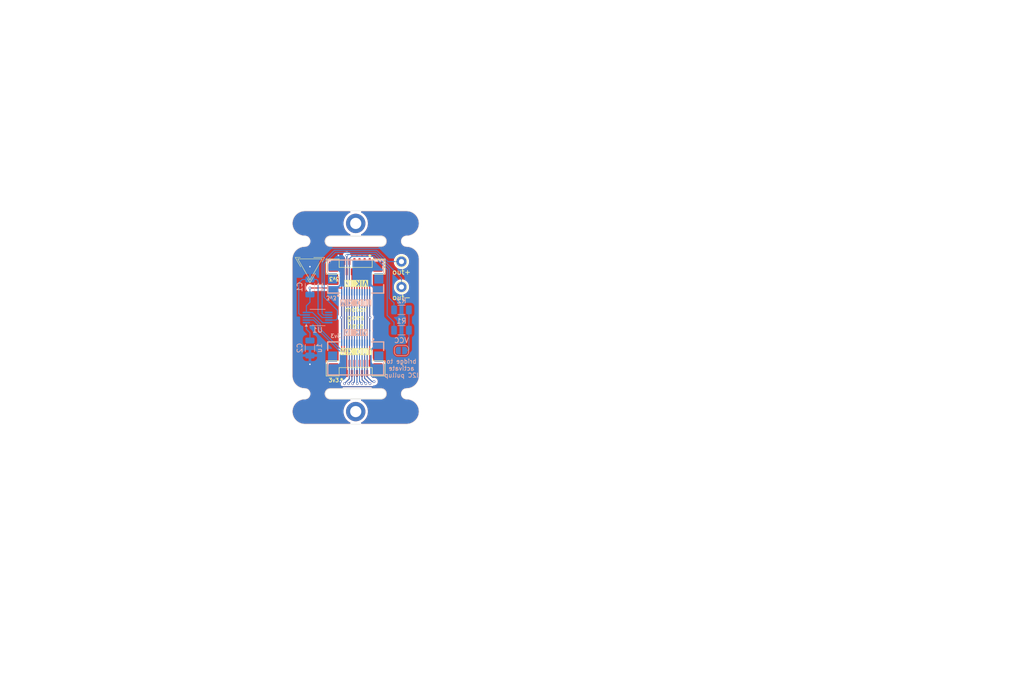
<source format=kicad_pcb>
(kicad_pcb (version 20240108) (generator "pcbnew") (generator_version "8.0")
  (layers (0 "F.Cu" signal) (31 "B.Cu" signal) (34 "B.Paste" user) (35 "F.Paste" user) (36 "B.SilkS" user "B.Silkscreen") (37 "F.SilkS" user "F.Silkscreen") (38 "B.Mask" user) (39 "F.Mask" user) (44 "Edge.Cuts" user))
  (net 0 "")
  (net 1 "GND")
  (net 2 "+5V")
  (net 3 "rgb_led_in")
  (net 4 "GPIO_AD2")
  (net 5 "SDA")
  (net 6 "SCL")
  (net 7 "+3V3")
  (net 8 "MOSI")
  (net 9 "SPI_CS")
  (net 10 "MISO")
  (net 11 "SCLK")
  (net 12 "Net-(U1-REG)")
  (net 13 "GPIO_AD1")
  (net 14 "Net-(J2-Pin_1)")
  (net 15 "Net-(J3-Pin_1)")
  (net 16 "I2C_3V3")
  (net 17 "VCC")
  (footprint "MountingHole:MountingHole_2.2mm_M2_DIN965_Pad" (layer "F.Cu") (at 144.5 139.5)
    (property "Reference" "H2" (hide yes))
    (property "Value" "MountingHole")
    (pad "1" thru_hole circle (at 0 0) (size 3.8 3.8) (drill 2.2) (layers "*.Cu" "*.Mask"))
  )
  (footprint "TestPoint:TestPoint_THTPad_D2.0mm_Drill1.0mm" (layer "F.Cu") (at 153.5 110)
    (property "Reference" "J2" (hide yes))
    (property "Value" "out+" (at 0 2.05 0) (layer "F.SilkS"))
    (fp_circle (center 0 0) (end 0 1.2) (stroke (width 0.12)) (fill none) (layer "F.SilkS"))
    (pad "1" thru_hole circle (at 0 0) (size 2 2) (drill 1) (layers "*.Cu" "*.Mask") (net 14 "Net-(J2-Pin_1)"))
  )
  (footprint "TestPoint:TestPoint_THTPad_D2.0mm_Drill1.0mm" (layer "F.Cu") (at 153.5 115)
    (property "Reference" "J3" (hide yes))
    (property "Value" "out-" (at 0 2.05 0) (layer "F.SilkS"))
    (fp_circle (center 0 0) (end 0 1.2) (stroke (width 0.12)) (fill none) (layer "F.SilkS"))
    (pad "1" thru_hole circle (at 0 0) (size 2 2) (drill 1) (layers "*.Cu" "*.Mask") (net 15 "Net-(J3-Pin_1)"))
  )
  (footprint "vik:vik-logo-small" (layer "F.Cu") (at 135.5 111)
    (property "Reference" "REF**")
    (property "Value" "vik-logo-small")
    (fp_line (start -2.880161 -1.806346) (end -1.892323 -1.805976) (stroke (width 0.1)) (layer "F.SilkS"))
    (fp_line (start -2.383804 -1.52) (end 2.38 -1.52) (stroke (width 0.1)) (layer "F.SilkS"))
    (fp_line (start -1.815689 0.036813) (end -2.880161 -1.806346) (stroke (width 0.1)) (layer "F.SilkS"))
    (fp_line (start -0.001902 2.605575) (end -2.383804 -1.52) (stroke (width 0.1)) (layer "F.SilkS"))
    (fp_line (start 0.000114 3.195112) (end -0.493459 2.339419) (stroke (width 0.1)) (layer "F.SilkS"))
    (fp_line (start 0.741256 -1.793386) (end 2.869715 -1.793686) (stroke (width 0.1)) (layer "F.SilkS"))
    (fp_line (start 1.064084 1.351662) (end 0.000114 3.195112) (stroke (width 0.1)) (layer "F.SilkS"))
    (fp_line (start 2.38 -1.52) (end -0.001902 2.605575) (stroke (width 0.1)) (layer "F.SilkS"))
    (fp_line (start 2.869715 -1.793686) (end 2.375449 -0.938393) (stroke (width 0.1)) (layer "F.SilkS"))
  )
  (footprint "MountingHole:MountingHole_2.2mm_M2_DIN965_Pad" (layer "F.Cu") (at 144.5 102.5)
    (property "Reference" "H1" (hide yes))
    (property "Value" "MountingHole")
    (pad "1" thru_hole circle (at 0 0) (size 3.8 3.8) (drill 2.2) (layers "*.Cu" "*.Mask"))
  )
  (footprint "vik:vik-module-connector-vertical" (layer "F.Cu") (at 144.5 111 180)
    (property "Reference" "J4" (hide yes))
    (property "Value" "~")
    (fp_line (start 5.8 1.5) (end 5.8 -1.5) (stroke (width 0.12)) (layer "F.SilkS"))
    (fp_line (start 5.8 1.5) (end 3.25 1.5) (stroke (width 0.12)) (layer "F.SilkS"))
    (fp_line (start 5.8 -1.5) (end 3.25 -1.5) (stroke (width 0.12)) (layer "F.SilkS"))
    (fp_line (start 3.25 -0.15) (end 3.25 1.5) (stroke (width 0.12)) (layer "F.SilkS"))
    (fp_line (start -3.25 -0.15) (end 3.25 -0.15) (stroke (width 0.12)) (layer "F.SilkS"))
    (fp_line (start -3.25 -0.15) (end -3.25 1.5) (stroke (width 0.12)) (layer "F.SilkS"))
    (fp_line (start -5.8 1.5) (end -3.25 1.5) (stroke (width 0.12)) (layer "F.SilkS"))
    (fp_line (start -5.8 1.5) (end -5.8 -1.5) (stroke (width 0.12)) (layer "F.SilkS"))
    (fp_line (start -5.8 -1.5) (end -3.25 -1.5) (stroke (width 0.12)) (layer "F.SilkS"))
    (fp_circle (center -2.773 2.15) (end -2.646 2.15) (stroke (width 0.254)) (fill none) (layer "F.SilkS"))
    (fp_text user "3v3" (at 3.12 -1.98 180) (layer "F.SilkS") (effects (font (size 0.75 0.75)) (justify left bottom)))
    (fp_text user "VIK IN" (at -2.45 -2.67 180) (layer "F.SilkS" knockout) (effects (justify left bottom)))
    (pad "" smd rect (at -4.35 0 180) (size 1.8 2) (layers "F.Cu" "F.Paste" "F.Mask"))
    (pad "" smd rect (at 4.35 0 180) (size 1.8 2) (layers "F.Cu" "F.Paste" "F.Mask"))
    (pad "1" smd rect (at -2.75 1 180) (size 0.4 1.35) (layers "F.Cu" "F.Paste" "F.Mask") (net 11 "SCLK"))
    (pad "2" smd rect (at -2.25 -1 180) (size 0.4 1.35) (layers "F.Cu" "F.Paste" "F.Mask") (net 10 "MISO"))
    (pad "3" smd rect (at -1.75 1 180) (size 0.4 1.35) (layers "F.Cu" "F.Paste" "F.Mask") (net 9 "SPI_CS"))
    (pad "4" smd rect (at -1.25 -1 180) (size 0.4 1.35) (layers "F.Cu" "F.Paste" "F.Mask") (net 4 "GPIO_AD2"))
    (pad "5" smd rect (at -0.75 1 180) (size 0.4 1.35) (layers "F.Cu" "F.Paste" "F.Mask") (net 8 "MOSI"))
    (pad "6" smd rect (at -0.25 -1 180) (size 0.4 1.35) (layers "F.Cu" "F.Paste" "F.Mask") (net 13 "GPIO_AD1"))
    (pad "7" smd rect (at 0.25 1 180) (size 0.4 1.35) (layers "F.Cu" "F.Paste" "F.Mask") (net 2 "+5V"))
    (pad "8" smd rect (at 0.75 -1 180) (size 0.4 1.35) (layers "F.Cu" "F.Paste" "F.Mask") (net 3 "rgb_led_in"))
    (pad "9" smd rect (at 1.25 1 180) (size 0.4 1.35) (layers "F.Cu" "F.Paste" "F.Mask") (net 6 "SCL"))
    (pad "10" smd rect (at 1.75 -1 180) (size 0.4 1.35) (layers "F.Cu" "F.Paste" "F.Mask") (net 5 "SDA"))
    (pad "11" smd rect (at 2.25 1 180) (size 0.4 1.35) (layers "F.Cu" "F.Paste" "F.Mask") (net 1 "GND"))
    (pad "12" smd rect (at 2.75 -1 180) (size 0.4 1.35) (layers "F.Cu" "F.Paste" "F.Mask") (net 7 "+3V3"))
  )
  (footprint "vik:vik-keyboard-connector-vertical" (layer "F.Cu") (at 144.5 131)
    (property "Reference" "J6" (hide yes))
    (property "Value" "~")
    (fp_line (start -5.8 -1.5) (end -3.25 -1.5) (stroke (width 0.12)) (layer "F.SilkS"))
    (fp_line (start -5.8 1.5) (end -5.8 -1.5) (stroke (width 0.12)) (layer "F.SilkS"))
    (fp_line (start -5.8 1.5) (end -3.25 1.5) (stroke (width 0.12)) (layer "F.SilkS"))
    (fp_line (start -3.25 -0.15) (end -3.25 1.5) (stroke (width 0.12)) (layer "F.SilkS"))
    (fp_line (start -3.25 -0.15) (end 3.25 -0.15) (stroke (width 0.12)) (layer "F.SilkS"))
    (fp_line (start 3.25 -0.15) (end 3.25 1.5) (stroke (width 0.12)) (layer "F.SilkS"))
    (fp_line (start 5.8 -1.5) (end 3.25 -1.5) (stroke (width 0.12)) (layer "F.SilkS"))
    (fp_line (start 5.8 1.5) (end 3.25 1.5) (stroke (width 0.12)) (layer "F.SilkS"))
    (fp_line (start 5.8 1.5) (end 5.8 -1.5) (stroke (width 0.12)) (layer "F.SilkS"))
    (fp_circle (center -2.773 2.15) (end -2.646 2.15) (stroke (width 0.254)) (fill none) (layer "F.SilkS"))
    (fp_text user "3v3" (at -5.4 2.77 0) (layer "F.SilkS") (effects (font (size 0.75 0.75)) (justify left bottom)))
    (fp_text user "VIK OUT" (at -3.02 -2.67 0) (layer "F.SilkS" knockout) (effects (justify left bottom)))
    (pad "" smd rect (at -4.35 0) (size 1.8 2) (layers "F.Cu" "F.Paste" "F.Mask"))
    (pad "" smd rect (at 4.35 0) (size 1.8 2) (layers "F.Cu" "F.Paste" "F.Mask"))
    (pad "1" smd rect (at -2.75 1) (size 0.4 1.35) (layers "F.Cu" "F.Paste" "F.Mask") (net 7 "+3V3"))
    (pad "2" smd rect (at -2.25 -1) (size 0.4 1.35) (layers "F.Cu" "F.Paste" "F.Mask") (net 1 "GND"))
    (pad "3" smd rect (at -1.75 1) (size 0.4 1.35) (layers "F.Cu" "F.Paste" "F.Mask") (net 5 "SDA"))
    (pad "4" smd rect (at -1.25 -1) (size 0.4 1.35) (layers "F.Cu" "F.Paste" "F.Mask") (net 6 "SCL"))
    (pad "5" smd rect (at -0.75 1) (size 0.4 1.35) (layers "F.Cu" "F.Paste" "F.Mask") (net 3 "rgb_led_in"))
    (pad "6" smd rect (at -0.25 -1) (size 0.4 1.35) (layers "F.Cu" "F.Paste" "F.Mask") (net 2 "+5V"))
    (pad "7" smd rect (at 0.25 1) (size 0.4 1.35) (layers "F.Cu" "F.Paste" "F.Mask") (net 13 "GPIO_AD1"))
    (pad "8" smd rect (at 0.75 -1) (size 0.4 1.35) (layers "F.Cu" "F.Paste" "F.Mask") (net 8 "MOSI"))
    (pad "9" smd rect (at 1.25 1) (size 0.4 1.35) (layers "F.Cu" "F.Paste" "F.Mask") (net 4 "GPIO_AD2"))
    (pad "10" smd rect (at 1.75 -1) (size 0.4 1.35) (layers "F.Cu" "F.Paste" "F.Mask") (net 9 "SPI_CS"))
    (pad "11" smd rect (at 2.25 1) (size 0.4 1.35) (layers "F.Cu" "F.Paste" "F.Mask") (net 10 "MISO"))
    (pad "12" smd rect (at 2.75 -1) (size 0.4 1.35) (layers "F.Cu" "F.Paste" "F.Mask") (net 11 "SCLK"))
  )
  (footprint "Resistor_SMD:R_1206_3216Metric" (layer "B.Cu") (at 153.5 123.5 180)
    (property "Reference" "R1" (at 0 1.82 180) (layer "B.SilkS") (effects (justify mirror)))
    (property "Value" "4.7k")
    (fp_line (start 0.727064 0.91) (end -0.727064 0.91) (stroke (width 0.12)) (layer "B.SilkS"))
    (fp_line (start 0.727064 -0.91) (end -0.727064 -0.91) (stroke (width 0.12)) (layer "B.SilkS"))
    (pad "1" smd roundrect (at -1.4625 0 180) (size 1.125 1.75) (layers "B.Cu" "B.Paste" "B.Mask") (roundrect_rratio 0.222222) (net 16 "I2C_3V3"))
    (pad "2" smd roundrect (at 1.4625 0 180) (size 1.125 1.75) (layers "B.Cu" "B.Paste" "B.Mask") (roundrect_rratio 0.222222) (net 6 "SCL"))
  )
  (footprint "Resistor_SMD:R_1206_3216Metric" (layer "B.Cu") (at 153.5 119.5 180)
    (property "Reference" "R2" (at 0 1.82 180) (layer "B.SilkS") (effects (justify mirror)))
    (property "Value" "4.7k")
    (fp_line (start 0.727064 0.91) (end -0.727064 0.91) (stroke (width 0.12)) (layer "B.SilkS"))
    (fp_line (start 0.727064 -0.91) (end -0.727064 -0.91) (stroke (width 0.12)) (layer "B.SilkS"))
    (pad "1" smd roundrect (at -1.4625 0 180) (size 1.125 1.75) (layers "B.Cu" "B.Paste" "B.Mask") (roundrect_rratio 0.222222) (net 16 "I2C_3V3"))
    (pad "2" smd roundrect (at 1.4625 0 180) (size 1.125 1.75) (layers "B.Cu" "B.Paste" "B.Mask") (roundrect_rratio 0.222222) (net 5 "SDA"))
  )
  (footprint "vik:vik-keyboard-connector-horizontal" (layer "B.Cu") (at 144.5 114)
    (property "Reference" "J5" (hide yes))
    (property "Value" "~")
    (fp_line (start -5.5 -4.295) (end 5.5 -4.295) (stroke (width 0.254)) (layer "B.SilkS"))
    (fp_line (start -5.5 -1.912) (end -5.5 -4.295) (stroke (width 0.254)) (layer "B.SilkS"))
    (fp_line (start -5.5 2.2) (end -5.5 0.539) (stroke (width 0.254)) (layer "B.SilkS"))
    (fp_line (start -3.131 2.2) (end -5.5 2.2) (stroke (width 0.254)) (layer "B.SilkS"))
    (fp_line (start 3.131 2.2) (end 5.5 2.2) (stroke (width 0.254)) (layer "B.SilkS"))
    (fp_line (start 5.5 -1.912) (end 5.5 -4.295) (stroke (width 0.254)) (layer "B.SilkS"))
    (fp_line (start 5.5 2.2) (end 5.5 0.539) (stroke (width 0.254)) (layer "B.SilkS"))
    (fp_circle (center -3.429 2.708) (end -3.302 2.708) (stroke (width 0.254)) (fill none) (layer "B.SilkS"))
    (fp_text user "3v3" (at -5.9 2.7 180) (layer "B.SilkS") (effects (font (size 0.75 0.75)) (justify left bottom mirror)))
    (fp_text user "VIK OUT" (at -3.05 3.48 180) (layer "B.SilkS" knockout) (effects (justify left bottom mirror)))
    (pad "1" smd rect (at -2.75 2.038) (size 0.28 1.25) (layers "B.Cu" "B.Paste" "B.Mask") (net 7 "+3V3"))
    (pad "2" smd rect (at -2.25 2.038) (size 0.28 1.25) (layers "B.Cu" "B.Paste" "B.Mask") (net 1 "GND"))
    (pad "3" smd rect (at -1.75 2.038) (size 0.28 1.25) (layers "B.Cu" "B.Paste" "B.Mask") (net 5 "SDA"))
    (pad "4" smd rect (at -1.25 2.038) (size 0.28 1.25) (layers "B.Cu" "B.Paste" "B.Mask") (net 6 "SCL"))
    (pad "5" smd rect (at -0.75 2.038) (size 0.28 1.25) (layers "B.Cu" "B.Paste" "B.Mask") (net 3 "rgb_led_in"))
    (pad "6" smd rect (at -0.25 2.038) (size 0.28 1.25) (layers "B.Cu" "B.Paste" "B.Mask") (net 2 "+5V"))
    (pad "7" smd rect (at 0.25 2.038) (size 0.28 1.25) (layers "B.Cu" "B.Paste" "B.Mask") (net 13 "GPIO_AD1"))
    (pad "8" smd rect (at 0.75 2.038) (size 0.28 1.25) (layers "B.Cu" "B.Paste" "B.Mask") (net 8 "MOSI"))
    (pad "9" smd rect (at 1.25 2.038) (size 0.28 1.25) (layers "B.Cu" "B.Paste" "B.Mask") (net 4 "GPIO_AD2"))
    (pad "10" smd rect (at 1.75 2.038) (size 0.28 1.25) (layers "B.Cu" "B.Paste" "B.Mask") (net 9 "SPI_CS"))
    (pad "11" smd rect (at 2.25 2.038) (size 0.28 1.25) (layers "B.Cu" "B.Paste" "B.Mask") (net 10 "MISO"))
    (pad "12" smd rect (at 2.75 2.038) (size 0.28 1.25) (layers "B.Cu" "B.Paste" "B.Mask") (net 11 "SCLK"))
    (pad "13" smd rect (at 4.55 -0.686) (size 1.8 2) (layers "B.Cu" "B.Paste" "B.Mask"))
    (pad "14" smd rect (at -4.55 -0.686) (size 1.8 2) (layers "B.Cu" "B.Paste" "B.Mask"))
  )
  (footprint "Capacitor_SMD:C_1206_3216Metric" (layer "B.Cu") (at 135.5 115 90)
    (property "Reference" "C1" (at 0 -2 -90) (layer "B.SilkS") (effects (justify mirror)))
    (property "Value" "1u" (at 0 2 -90) (layer "B.SilkS") (effects (justify mirror)))
    (fp_line (start 0.711252 -0.91) (end -0.711252 -0.91) (stroke (width 0.12)) (layer "B.SilkS"))
    (fp_line (start 0.711252 0.91) (end -0.711252 0.91) (stroke (width 0.12)) (layer "B.SilkS"))
    (pad "1" smd roundrect (at -1.475 0 90) (size 1.15 1.8) (layers "B.Cu" "B.Paste" "B.Mask") (roundrect_rratio 0.217391) (net 7 "+3V3"))
    (pad "2" smd roundrect (at 1.475 0 90) (size 1.15 1.8) (layers "B.Cu" "B.Paste" "B.Mask") (roundrect_rratio 0.217391) (net 1 "GND"))
  )
  (footprint "vik:vik-module-connector-horizontal" (layer "B.Cu") (at 144.5 128 180)
    (property "Reference" "J1" (hide yes))
    (property "Value" "~")
    (fp_line (start 5.5 2.2) (end 3.131 2.2) (stroke (width 0.254)) (layer "B.SilkS"))
    (fp_line (start 5.5 0.539) (end 5.5 2.2) (stroke (width 0.254)) (layer "B.SilkS"))
    (fp_line (start 5.5 -4.295) (end 5.5 -1.912) (stroke (width 0.254)) (layer "B.SilkS"))
    (fp_line (start 5.5 -4.295) (end -5.5 -4.295) (stroke (width 0.254)) (layer "B.SilkS"))
    (fp_line (start -5.5 2.2) (end -3.131 2.2) (stroke (width 0.254)) (layer "B.SilkS"))
    (fp_line (start -5.5 0.539) (end -5.5 2.2) (stroke (width 0.254)) (layer "B.SilkS"))
    (fp_line (start -5.5 -4.295) (end -5.5 -1.912) (stroke (width 0.254)) (layer "B.SilkS"))
    (fp_circle (center -3.429 2.708) (end -3.302 2.708) (stroke (width 0.254)) (fill none) (layer "B.SilkS"))
    (fp_text user "VIK IN" (at -2.36 3.42 0) (layer "B.SilkS" knockout) (effects (justify left bottom mirror)))
    (fp_text user "3v3" (at 2.835 2.93 0) (layer "B.SilkS") (effects (font (size 0.75 0.75)) (justify left bottom mirror)))
    (pad "1" smd rect (at -2.75 2.038 180) (size 0.28 1.25) (layers "B.Cu" "B.Paste" "B.Mask") (net 11 "SCLK"))
    (pad "2" smd rect (at -2.25 2.038 180) (size 0.28 1.25) (layers "B.Cu" "B.Paste" "B.Mask") (net 10 "MISO"))
    (pad "3" smd rect (at -1.75 2.038 180) (size 0.28 1.25) (layers "B.Cu" "B.Paste" "B.Mask") (net 9 "SPI_CS"))
    (pad "4" smd rect (at -1.25 2.038 180) (size 0.28 1.25) (layers "B.Cu" "B.Paste" "B.Mask") (net 4 "GPIO_AD2"))
    (pad "5" smd rect (at -0.75 2.038 180) (size 0.28 1.25) (layers "B.Cu" "B.Paste" "B.Mask") (net 8 "MOSI"))
    (pad "6" smd rect (at -0.25 2.038 180) (size 0.28 1.25) (layers "B.Cu" "B.Paste" "B.Mask") (net 13 "GPIO_AD1"))
    (pad "7" smd rect (at 0.25 2.038 180) (size 0.28 1.25) (layers "B.Cu" "B.Paste" "B.Mask") (net 2 "+5V"))
    (pad "8" smd rect (at 0.75 2.038 180) (size 0.28 1.25) (layers "B.Cu" "B.Paste" "B.Mask") (net 3 "rgb_led_in"))
    (pad "9" smd rect (at 1.25 2.038 180) (size 0.28 1.25) (layers "B.Cu" "B.Paste" "B.Mask") (net 6 "SCL"))
    (pad "10" smd rect (at 1.75 2.038 180) (size 0.28 1.25) (layers "B.Cu" "B.Paste" "B.Mask") (net 5 "SDA"))
    (pad "11" smd rect (at 2.25 2.038 180) (size 0.28 1.25) (layers "B.Cu" "B.Paste" "B.Mask") (net 1 "GND"))
    (pad "12" smd rect (at 2.75 2.038 180) (size 0.28 1.25) (layers "B.Cu" "B.Paste" "B.Mask") (net 7 "+3V3"))
    (pad "13" smd rect (at 4.55 -0.686 180) (size 1.8 2) (layers "B.Cu" "B.Paste" "B.Mask"))
    (pad "14" smd rect (at -4.55 -0.686 180) (size 1.8 2) (layers "B.Cu" "B.Paste" "B.Mask"))
  )
  (footprint "Capacitor_SMD:C_1206_3216Metric" (layer "B.Cu") (at 135.5 127 -90)
    (property "Reference" "C2" (at 0 2 90) (layer "B.SilkS") (effects (justify mirror)))
    (property "Value" "1u" (at 0 -1.85 90) (layer "B.SilkS") (effects (justify mirror)))
    (fp_line (start 0.711252 0.91) (end -0.711252 0.91) (stroke (width 0.12)) (layer "B.SilkS"))
    (fp_line (start 0.711252 -0.91) (end -0.711252 -0.91) (stroke (width 0.12)) (layer "B.SilkS"))
    (pad "1" smd roundrect (at -1.475 0 270) (size 1.15 1.8) (layers "B.Cu" "B.Paste" "B.Mask") (roundrect_rratio 0.217391) (net 12 "Net-(U1-REG)"))
    (pad "2" smd roundrect (at 1.475 0 270) (size 1.15 1.8) (layers "B.Cu" "B.Paste" "B.Mask") (roundrect_rratio 0.217391) (net 1 "GND"))
  )
  (footprint "Jumper:SolderJumper-2_P1.3mm_Open_RoundedPad1.0x1.5mm" (layer "B.Cu") (at 153.5 127.5 180)
    (property "Reference" "JP1" (hide yes))
    (property "Value" "VCC" (at 0 2 180) (layer "B.SilkS") (effects (justify mirror)))
    (fp_line (start 1.4 -0.3) (end 1.4 0.3) (stroke (width 0.12)) (layer "B.SilkS"))
    (fp_line (start 0.7 1) (end -0.7 1) (stroke (width 0.12)) (layer "B.SilkS"))
    (fp_line (start -0.7 -1) (end 0.7 -1) (stroke (width 0.12)) (layer "B.SilkS"))
    (fp_line (start -1.4 0.3) (end -1.4 -0.3) (stroke (width 0.12)) (layer "B.SilkS"))
    (fp_arc (start 1.4 0.3) (mid 1.194975 0.794975) (end 0.7 1) (stroke (width 0.12)) (layer "B.SilkS"))
    (fp_arc (start 0.7 -1) (mid 1.194975 -0.794975) (end 1.4 -0.3) (stroke (width 0.12)) (layer "B.SilkS"))
    (fp_arc (start -0.7 1) (mid -1.194975 0.794975) (end -1.4 0.3) (stroke (width 0.12)) (layer "B.SilkS"))
    (fp_arc (start -1.4 -0.3) (mid -1.194975 -0.794975) (end -0.7 -1) (stroke (width 0.12)) (layer "B.SilkS"))
    (pad "1" smd custom (at -0.65 0 180) (size 1 0.5) (layers "B.Cu" "B.Mask") (net 16 "I2C_3V3") (options (clearance outline) (anchor rect)) (primitives (gr_circle (center 0 -0.25) (end 0.5 -0.25) (width 0) (fill yes)) (gr_circle (center 0 0.25) (end 0.5 0.25) (width 0) (fill yes)) (gr_poly (pts (xy 0.5 -0.75) (xy 0 -0.75) (xy 0 0.75) (xy 0.5 0.75)) (width 0) (fill yes))))
    (pad "2" smd custom (at 0.65 0 180) (size 1 0.5) (layers "B.Cu" "B.Mask") (net 17 "VCC") (options (clearance outline) (anchor rect)) (primitives (gr_circle (center 0 -0.25) (end 0.5 -0.25) (width 0) (fill yes)) (gr_circle (center 0 0.25) (end 0.5 0.25) (width 0) (fill yes)) (gr_poly (pts (xy 0 -0.75) (xy -0.5 -0.75) (xy -0.5 0.75) (xy 0 0.75)) (width 0) (fill yes))))
  )
  (footprint "Package_SO:VSSOP-10_3x3mm_P0.5mm" (layer "B.Cu") (at 137 121)
    (property "Reference" "U1" (at 0 2.45 0) (layer "B.SilkS") (effects (justify mirror)))
    (property "Value" "DRV2605LDGS")
    (fp_line (start -1.5 -1.61) (end 0 -1.61) (stroke (width 0.12)) (layer "B.SilkS"))
    (fp_line (start -1.5 1.61) (end 0 1.61) (stroke (width 0.12)) (layer "B.SilkS"))
    (fp_line (start 1.5 -1.61) (end 0 -1.61) (stroke (width 0.12)) (layer "B.SilkS"))
    (fp_line (start 1.5 1.61) (end 0 1.61) (stroke (width 0.12)) (layer "B.SilkS"))
    (fp_poly (pts (xy -2.2125 1.41) (xy -2.4525 1.74) (xy -1.9725 1.74) (xy -2.2125 1.41)) (stroke (width 0.12)) (fill solid) (layer "B.SilkS"))
    (pad "1" smd roundrect (at -2.2 1) (size 1.45 0.3) (layers "B.Cu" "B.Paste" "B.Mask") (net 12 "Net-(U1-REG)"))
    (pad "2" smd roundrect (at -2.2 0.5) (size 1.45 0.3) (layers "B.Cu" "B.Paste" "B.Mask") (net 6 "SCL"))
    (pad "3" smd roundrect (at -2.2 0) (size 1.45 0.3) (layers "B.Cu" "B.Paste" "B.Mask") (net 5 "SDA"))
    (pad "4" smd roundrect (at -2.2 -0.5) (size 1.45 0.3) (layers "B.Cu" "B.Paste" "B.Mask") (net 1 "GND"))
    (pad "5" smd roundrect (at -2.2 -1) (size 1.45 0.3) (layers "B.Cu" "B.Paste" "B.Mask") (net 7 "+3V3"))
    (pad "6" smd roundrect (at 2.2 -1) (size 1.45 0.3) (layers "B.Cu" "B.Paste" "B.Mask"))
    (pad "7" smd roundrect (at 2.2 -0.5) (size 1.45 0.3) (layers "B.Cu" "B.Paste" "B.Mask") (net 14 "Net-(J2-Pin_1)"))
    (pad "8" smd roundrect (at 2.2 0) (size 1.45 0.3) (layers "B.Cu" "B.Paste" "B.Mask") (net 1 "GND"))
    (pad "9" smd roundrect (at 2.2 0.5) (size 1.45 0.3) (layers "B.Cu" "B.Paste" "B.Mask") (net 15 "Net-(J3-Pin_1)"))
    (pad "10" smd roundrect (at 2.2 1) (size 1.45 0.3) (layers "B.Cu" "B.Paste" "B.Mask") (net 7 "+3V3"))
  )
  (gr_arc (start 154.5 137) (mid 153.5 136) (end 154.499999 134.999998) (stroke (width 0.05)) (layer "Edge.Cuts"))
  (gr_arc (start 134.5 105) (mid 132 102.5) (end 134.5 100) (stroke (width 0.05)) (layer "Edge.Cuts"))
  (gr_line (start 134.5 142) (end 154.5 142) (stroke (width 0.05)) (layer "Edge.Cuts"))
  (gr_arc (start 154.5 107) (mid 156.267767 107.732233) (end 157 109.5) (stroke (width 0.05)) (layer "Edge.Cuts"))
  (gr_arc (start 154.500003 107) (mid 153.5 106.000001) (end 154.500002 104.999998) (stroke (width 0.05)) (layer "Edge.Cuts"))
  (gr_arc (start 134.5 142) (mid 132 139.5) (end 134.5 137) (stroke (width 0.05)) (layer "Edge.Cuts"))
  (gr_line (start 149.5 105) (end 139.500001 104.999998) (stroke (width 0.1)) (layer "Edge.Cuts"))
  (gr_arc (start 132 109.5) (mid 132.732233 107.732233) (end 134.5 107) (stroke (width 0.05)) (layer "Edge.Cuts"))
  (gr_line (start 157 132.5) (end 157 132) (stroke (width 0.05)) (layer "Edge.Cuts"))
  (gr_line (start 132 132.5) (end 132 109.5) (stroke (width 0.05)) (layer "Edge.Cuts"))
  (gr_line (start 139.500002 137.000001) (end 149.499999 136.999999) (stroke (width 0.1)) (layer "Edge.Cuts"))
  (gr_arc (start 134.5 135) (mid 132.732233 134.267767) (end 132 132.5) (stroke (width 0.05)) (layer "Edge.Cuts"))
  (gr_line (start 134.5 100) (end 154.5 100) (stroke (width 0.05)) (layer "Edge.Cuts"))
  (gr_arc (start 139.500002 137.000001) (mid 138.5 136.000001) (end 139.500001 134.999999) (stroke (width 0.1)) (layer "Edge.Cuts"))
  (gr_arc (start 134.5 105) (mid 135.5 106) (end 134.5 106.999999) (stroke (width 0.05)) (layer "Edge.Cuts"))
  (gr_line (start 157 132) (end 157 109.5) (stroke (width 0.05)) (layer "Edge.Cuts"))
  (gr_arc (start 134.499997 135) (mid 135.5 135.999999) (end 134.499998 137.000002) (stroke (width 0.05)) (layer "Edge.Cuts"))
  (gr_arc (start 149.499999 105) (mid 150.499999 106) (end 149.499999 106.999999) (stroke (width 0.1)) (layer "Edge.Cuts"))
  (gr_arc (start 157 132.5) (mid 156.267767 134.267767) (end 154.499999 135) (stroke (width 0.05)) (layer "Edge.Cuts"))
  (gr_arc (start 154.5 100) (mid 157 102.5) (end 154.5 105) (stroke (width 0.05)) (layer "Edge.Cuts"))
  (gr_arc (start 154.5 137) (mid 157 139.5) (end 154.5 142) (stroke (width 0.05)) (layer "Edge.Cuts"))
  (gr_line (start 139.500002 107) (end 149.5 106.999999) (stroke (width 0.1)) (layer "Edge.Cuts"))
  (gr_arc (start 139.500002 107) (mid 138.5 106) (end 139.500001 104.999998) (stroke (width 0.1)) (layer "Edge.Cuts"))
  (gr_line (start 149.499999 135) (end 139.500001 134.999999) (stroke (width 0.1)) (layer "Edge.Cuts"))
  (gr_arc (start 149.499999 135) (mid 150.499999 136) (end 149.499999 136.999999) (stroke (width 0.1)) (layer "Edge.Cuts"))
  (gr_text "bridge to\nactivate\nI2C pullup" (at 153.5 131 0) (layer "B.SilkS") (effects (font (size 0.85 0.85)) (justify mirror)))
  (gr_text "motor\ngoes\nhere" (at 144.5 121 0) (layer "F.SilkS") (effects (font (size 1 1))))
  (segment (start 139.5 134.6) (end 149.5 134.6) (width 0.2) (layer "F.Cu") (net 1))
  (segment (start 142.25 109.2125) (end 142.25 110) (width 0.2) (layer "F.Cu") (net 1))
  (segment (start 141.8375 108.8) (end 142.25 109.2125) (width 0.2) (layer "F.Cu") (net 1))
  (segment (start 142.25 130) (end 142.25 110) (width 0.2) (layer "F.Cu") (net 1))
  (segment (start 141.1 108.8) (end 141.8375 108.8) (width 0.2) (layer "F.Cu") (net 1))
  (segment (start 141.5 133.6) (end 142.25 132.85) (width 0.2) (layer "F.Cu") (net 1))
  (segment (start 142.25 132.85) (end 142.25 130) (width 0.2) (layer "F.Cu") (net 1))
  (via (at 141.5 133.6) (size 0.5) (drill 0.3) (layers "F.Cu" "B.Cu") (net 1))
  (via (at 135.5 130.2) (size 0.5) (drill 0.3) (layers "F.Cu" "B.Cu") (net 1))
  (via (at 135.5 111) (size 0.5) (drill 0.3) (layers "F.Cu" "B.Cu") (net 1))
  (via (at 141.1 108.8) (size 0.5) (drill 0.3) (layers "F.Cu" "B.Cu") (net 1))
  (segment (start 133.975 113.525) (end 135.5 113.525) (width 0.2) (layer "B.Cu") (net 1))
  (segment (start 133.6 120.5) (end 133.3 120.2) (width 0.2) (layer "B.Cu") (net 1))
  (segment (start 137.1 120.2) (end 137.9 121) (width 0.2) (layer "B.Cu") (net 1))
  (segment (start 134.8 120.5) (end 133.6 120.5) (width 0.2) (layer "B.Cu") (net 1))
  (segment (start 139.5 134.6) (end 149.5 134.6) (width 0.2) (layer "B.Cu") (net 1))
  (segment (start 135.5 113.525) (end 136.825 113.525) (width 0.2) (layer "B.Cu") (net 1))
  (segment (start 142.25 109.2) (end 141.85 108.8) (width 0.2) (layer "B.Cu") (net 1))
  (segment (start 139.5 107.4) (end 149.5 107.4) (width 0.2) (layer "B.Cu") (net 1))
  (segment (start 141.85 108.8) (end 141.1 108.8) (width 0.2) (layer "B.Cu") (net 1))
  (segment (start 137.9 121) (end 139.2 121) (width 0.2) (layer "B.Cu") (net 1))
  (segment (start 137.1 113.8) (end 137.1 120.2) (width 0.2) (layer "B.Cu") (net 1))
  (segment (start 133.3 120.2) (end 133.3 114.2) (width 0.2) (layer "B.Cu") (net 1))
  (segment (start 142.25 125.962) (end 142.25 116.038) (width 0.2) (layer "B.Cu") (net 1))
  (segment (start 133.3 114.2) (end 133.975 113.525) (width 0.2) (layer "B.Cu") (net 1))
  (segment (start 142.25 116.038) (end 142.25 109.2) (width 0.2) (layer "B.Cu") (net 1))
  (segment (start 136.825 113.525) (end 137.1 113.8) (width 0.2) (layer "B.Cu") (net 1))
  (segment (start 143.9 134) (end 144.25 133.65) (width 0.2) (layer "F.Cu") (net 2))
  (segment (start 144.25 133.65) (end 144.25 110) (width 0.2) (layer "F.Cu") (net 2))
  (via (at 143.9 134) (size 0.5) (drill 0.3) (layers "F.Cu" "B.Cu") (net 2))
  (segment (start 143.9 134) (end 144.25 133.65) (width 0.2) (layer "B.Cu") (net 2))
  (segment (start 144.25 133.65) (end 144.25 125.962) (width 0.2) (layer "B.Cu") (net 2))
  (segment (start 144.25 125.962) (end 144.25 116.038) (width 0.2) (layer "B.Cu") (net 2))
  (segment (start 143.75 133.35) (end 143.75 112) (width 0.2) (layer "F.Cu") (net 3))
  (segment (start 143.1 134) (end 143.75 133.35) (width 0.2) (layer "F.Cu") (net 3))
  (via (at 143.1 134) (size 0.5) (drill 0.3) (layers "F.Cu" "B.Cu") (net 3))
  (segment (start 143.1 134) (end 143.75 133.35) (width 0.2) (layer "B.Cu") (net 3))
  (segment (start 143.75 125.962) (end 143.75 116.038) (width 0.2) (layer "B.Cu") (net 3))
  (segment (start 143.75 133.35) (end 143.75 125.962) (width 0.2) (layer "B.Cu") (net 3))
  (segment (start 145.75 133.25) (end 145.75 112) (width 0.2) (layer "F.Cu") (net 4))
  (segment (start 146.5 134) (end 145.75 133.25) (width 0.2) (layer "F.Cu") (net 4))
  (via (at 146.5 134) (size 0.5) (drill 0.3) (layers "F.Cu" "B.Cu") (net 4))
  (segment (start 145.75 133.25) (end 145.75 125.962) (width 0.2) (layer "B.Cu") (net 4))
  (segment (start 146.5 134) (end 145.75 133.25) (width 0.2) (layer "B.Cu") (net 4))
  (segment (start 145.75 125.962) (end 145.75 116.038) (width 0.2) (layer "B.Cu") (net 4))
  (segment (start 142.75 132) (end 142.75 112) (width 0.2) (layer "F.Cu") (net 5))
  (segment (start 142.75 108.8) (end 142.75 112) (width 0.2) (layer "F.Cu") (net 5))
  (via (at 142.75 108.8) (size 0.5) (drill 0.3) (layers "F.Cu" "B.Cu") (net 5))
  (segment (start 137.5 123.217157) (end 141.482843 127.2) (width 0.2) (layer "B.Cu") (net 5))
  (segment (start 142.5385 127.2) (end 142.75 126.9885) (width 0.2) (layer "B.Cu") (net 5))
  (segment (start 142.95 108.6) (end 148.3 108.6) (width 0.2) (layer "B.Cu") (net 5))
  (segment (start 134.8 121) (end 136.265686 121) (width 0.2) (layer "B.Cu") (net 5))
  (segment (start 137.5 122.234314) (end 137.5 123.217157) (width 0.2) (layer "B.Cu") (net 5))
  (segment (start 142.75 116.038) (end 142.75 114.6) (width 0.2) (layer "B.Cu") (net 5))
  (segment (start 142.75 126.9885) (end 142.75 125.962) (width 0.2) (layer "B.Cu") (net 5))
  (segment (start 136.265686 121) (end 137.5 122.234314) (width 0.2) (layer "B.Cu") (net 5))
  (segment (start 142.75 114.6) (end 142.75 108.8) (width 0.2) (layer "B.Cu") (net 5))
  (segment (start 151.1 117.2) (end 152.0375 118.1375) (width 0.2) (layer "B.Cu") (net 5))
  (segment (start 151.1 111.4) (end 151.1 117.2) (width 0.2) (layer "B.Cu") (net 5))
  (segment (start 152.0375 118.1375) (end 152.0375 119.5) (width 0.2) (layer "B.Cu") (net 5))
  (segment (start 141.482843 127.2) (end 142.5385 127.2) (width 0.2) (layer "B.Cu") (net 5))
  (segment (start 142.75 108.8) (end 142.95 108.6) (width 0.2) (layer "B.Cu") (net 5))
  (segment (start 142.75 125.962) (end 142.75 116.038) (width 0.2) (layer "B.Cu") (net 5))
  (segment (start 148.3 108.6) (end 151.1 111.4) (width 0.2) (layer "B.Cu") (net 5))
  (segment (start 143.25 133.05) (end 143.25 130) (width 0.2) (layer "F.Cu") (net 6))
  (segment (start 142.3 134) (end 143.25 133.05) (width 0.2) (layer "F.Cu") (net 6))
  (segment (start 143.25 130) (end 143.25 110) (width 0.2) (layer "F.Cu") (net 6))
  (via (at 142.3 134) (size 0.5) (drill 0.3) (layers "F.Cu" "B.Cu") (net 6))
  (segment (start 134.8 121.5) (end 136.2 121.5) (width 0.2) (layer "B.Cu") (net 6))
  (segment (start 136.2 121.5) (end 137.1 122.4) (width 0.2) (layer "B.Cu") (net 6))
  (segment (start 137.1 122.4) (end 137.1 123.382843) (width 0.2) (layer "B.Cu") (net 6))
  (segment (start 152.0375 121.9375) (end 152.0375 123.5) (width 0.2) (layer "B.Cu") (net 6))
  (segment (start 143.25 127.6) (end 143.25 125.962) (width 0.2) (layer "B.Cu") (net 6))
  (segment (start 143.25 109.45) (end 143.7 109) (width 0.2) (layer "B.Cu") (net 6))
  (segment (start 143.25 125.962) (end 143.25 116.038) (width 0.2) (layer "B.Cu") (net 6))
  (segment (start 150.7 111.6) (end 150.7 120.6) (width 0.2) (layer "B.Cu") (net 6))
  (segment (start 148.1 109) (end 150.7 111.6) (width 0.2) (layer "B.Cu") (net 6))
  (segment (start 143.25 116.038) (end 143.25 109.45) (width 0.2) (layer "B.Cu") (net 6))
  (segment (start 143.25 125.962) (end 143.25 133.05) (width 0.2) (layer "B.Cu") (net 6))
  (segment (start 150.7 120.6) (end 152.0375 121.9375) (width 0.2) (layer "B.Cu") (net 6))
  (segment (start 137.1 123.382843) (end 141.317158 127.6) (width 0.2) (layer "B.Cu") (net 6))
  (segment (start 143.7 109) (end 148.1 109) (width 0.2) (layer "B.Cu") (net 6))
  (segment (start 143.25 133.05) (end 142.3 134) (width 0.2) (layer "B.Cu") (net 6))
  (segment (start 141.317158 127.6) (end 143.25 127.6) (width 0.2) (layer "B.Cu") (net 6))
  (segment (start 135.5 115.2) (end 141.75 115.2) (width 0.2) (layer "F.Cu") (net 7))
  (segment (start 141.75 115.2) (end 141.75 112) (width 0.2) (layer "F.Cu") (net 7))
  (segment (start 141.75 132) (end 141.75 115.2) (width 0.2) (layer "F.Cu") (net 7))
  (via (at 135.5 115.2) (size 0.5) (drill 0.3) (layers "F.Cu" "B.Cu") (net 7))
  (via (at 141.7 121) (size 0.5) (drill 0.3) (layers "F.Cu" "B.Cu") (net 7))
  (segment (start 141.7 123.6) (end 141.75 123.55) (width 0.2) (layer "B.Cu") (net 7))
  (segment (start 134.8 118.7) (end 135.5 118) (width 0.2) (layer "B.Cu") (net 7))
  (segment (start 136 120) (end 138 122) (width 0.2) (layer "B.Cu") (net 7))
  (segment (start 134.8 120) (end 136 120) (width 0.2) (layer "B.Cu") (net 7))
  (segment (start 135.5 116.475) (end 135.5 115.2) (width 0.2) (layer "B.Cu") (net 7))
  (segment (start 141.75 123.65) (end 141.7 123.6) (width 0.2) (layer "B.Cu") (net 7))
  (segment (start 141.75 125.962) (end 141.75 123.65) (width 0.2) (layer "B.Cu") (net 7))
  (segment (start 134.8 120) (end 134.8 118.7) (width 0.2) (layer "B.Cu") (net 7))
  (segment (start 138 122) (end 139.2 122) (width 0.2) (layer "B.Cu") (net 7))
  (segment (start 141.75 123.55) (end 141.75 116.038) (width 0.2) (layer "B.Cu") (net 7))
  (segment (start 135.5 118) (end 135.5 116.475) (width 0.2) (layer "B.Cu") (net 7))
  (segment (start 145.7 134) (end 145.25 133.55) (width 0.2) (layer "F.Cu") (net 8))
  (segment (start 145.25 133.55) (end 145.25 110) (width 0.2) (layer "F.Cu") (net 8))
  (via (at 145.7 134) (size 0.5) (drill 0.3) (layers "F.Cu" "B.Cu") (net 8))
  (segment (start 145.25 133.55) (end 145.25 125.962) (width 0.2) (layer "B.Cu") (net 8))
  (segment (start 145.7 134) (end 145.25 133.55) (width 0.2) (layer "B.Cu") (net 8))
  (segment (start 145.25 125.962) (end 145.25 116.038) (width 0.2) (layer "B.Cu") (net 8))
  (segment (start 146.25 132.95) (end 146.25 110) (width 0.2) (layer "F.Cu") (net 9))
  (segment (start 147.3 134) (end 146.25 132.95) (width 0.2) (layer "F.Cu") (net 9))
  (via (at 147.3 134) (size 0.5) (drill 0.3) (layers "F.Cu" "B.Cu") (net 9))
  (segment (start 146.25 132.95) (end 146.25 125.962) (width 0.2) (layer "B.Cu") (net 9))
  (segment (start 146.25 125.962) (end 146.25 116.038) (width 0.2) (layer "B.Cu") (net 9))
  (segment (start 147.3 134) (end 146.25 132.95) (width 0.2) (layer "B.Cu") (net 9))
  (segment (start 148.1 133.6) (end 147.7 133.6) (width 0.2) (layer "F.Cu") (net 10))
  (segment (start 147.7 133.6) (end 146.75 132.65) (width 0.2) (layer "F.Cu") (net 10))
  (segment (start 146.75 132.65) (end 146.75 112) (width 0.2) (layer "F.Cu") (net 10))
  (via (at 148.1 133.6) (size 0.5) (drill 0.3) (layers "F.Cu" "B.Cu") (net 10))
  (segment (start 146.75 132.65) (end 146.75 125.962) (width 0.2) (layer "B.Cu") (net 10))
  (segment (start 148.1 133.6) (end 147.7 133.6) (width 0.2) (layer "B.Cu") (net 10))
  (segment (start 146.75 125.962) (end 146.75 116.038) (width 0.2) (layer "B.Cu") (net 10))
  (segment (start 147.7 133.6) (end 146.75 132.65) (width 0.2) (layer "B.Cu") (net 10))
  (segment (start 147.25 130) (end 147.25 110) (width 0.2) (layer "F.Cu") (net 11))
  (via (at 147.3 121) (size 0.5) (drill 0.3) (layers "F.Cu" "B.Cu") (net 11))
  (segment (start 147.25 123.55) (end 147.25 116.038) (width 0.2) (layer "B.Cu") (net 11))
  (segment (start 147.25 125.962) (end 147.25 123.65) (width 0.2) (layer "B.Cu") (net 11))
  (segment (start 147.25 123.65) (end 147.3 123.6) (width 0.2) (layer "B.Cu") (net 11))
  (segment (start 147.3 123.6) (end 147.25 123.55) (width 0.2) (layer "B.Cu") (net 11))
  (segment (start 135.5 125.525) (end 135.5 124) (width 0.2) (layer "B.Cu") (net 12))
  (segment (start 135.5 124) (end 134.8 123.3) (width 0.2) (layer "B.Cu") (net 12))
  (segment (start 134.8 123.3) (end 134.8 122) (width 0.2) (layer "B.Cu") (net 12))
  (segment (start 144.8 133.993102) (end 144.75 133.943102) (width 0.2) (layer "F.Cu") (net 13))
  (segment (start 144.75 133.943102) (end 144.75 112) (width 0.2) (layer "F.Cu") (net 13))
  (via (at 144.8 133.993102) (size 0.5) (drill 0.3) (layers "F.Cu" "B.Cu") (net 13))
  (segment (start 144.75 125.962) (end 144.75 116.038) (width 0.2) (layer "B.Cu") (net 13))
  (segment (start 144.75 133.943102) (end 144.75 125.962) (width 0.2) (layer "B.Cu") (net 13))
  (segment (start 144.8 133.993102) (end 144.75 133.943102) (width 0.2) (layer "B.Cu") (net 13))
  (segment (start 148.631372 107.8) (end 150.831372 110) (width 0.2) (layer "B.Cu") (net 14))
  (segment (start 150.831372 110) (end 153.5 110) (width 0.2) (layer "B.Cu") (net 14))
  (segment (start 137.9 120.2) (end 137.9 110.2) (width 0.2) (layer "B.Cu") (net 14))
  (segment (start 139.2 120.5) (end 138.2 120.5) (width 0.2) (layer "B.Cu") (net 14))
  (segment (start 137.9 110.2) (end 140.3 107.8) (width 0.2) (layer "B.Cu") (net 14))
  (segment (start 138.2 120.5) (end 137.9 120.2) (width 0.2) (layer "B.Cu") (net 14))
  (segment (start 140.3 107.8) (end 148.631372 107.8) (width 0.2) (layer "B.Cu") (net 14))
  (segment (start 139.2 121.5) (end 140.6 121.5) (width 0.2) (layer "B.Cu") (net 15))
  (segment (start 140.6 121.5) (end 140.9 121.2) (width 0.2) (layer "B.Cu") (net 15))
  (segment (start 140.9 121.2) (end 140.9 119.6) (width 0.2) (layer "B.Cu") (net 15))
  (segment (start 153.5 113.234314) (end 153.5 115) (width 0.2) (layer "B.Cu") (net 15))
  (segment (start 140.9 119.6) (end 138.3 117) (width 0.2) (layer "B.Cu") (net 15))
  (segment (start 140.5 108.2) (end 148.465686 108.2) (width 0.2) (layer "B.Cu") (net 15))
  (segment (start 138.3 110.4) (end 140.5 108.2) (width 0.2) (layer "B.Cu") (net 15))
  (segment (start 138.3 117) (end 138.3 110.4) (width 0.2) (layer "B.Cu") (net 15))
  (segment (start 148.465686 108.2) (end 153.5 113.234314) (width 0.2) (layer "B.Cu") (net 15))
  (segment (start 154.9625 127.2375) (end 154.9625 123.5) (width 0.2) (layer "B.Cu") (net 16))
  (segment (start 154.15 127.5) (end 154.7 127.5) (width 0.2) (layer "B.Cu") (net 16))
  (segment (start 154.7 127.5) (end 154.9625 127.2375) (width 0.2) (layer "B.Cu") (net 16))
  (segment (start 154.9625 119.5) (end 154.9625 123.5) (width 0.2) (layer "B.Cu") (net 16))
  (zone (net 1) (net_name "GND") (layers "F&B.Cu") (connect_pads (clearance 0.508)) (min_thickness 0.254) (fill yes (thermal_gap 0.508) (thermal_bridge_width 0.508))
    (polygon (pts (xy 275.91 59.07) (xy 275.59 193.26) (xy 74.78 194.21) (xy 74.56 58.57)))
  )
  (zone (net 0) (net_name "") (layer "B.Cu") (connect_pads (clearance 0)) (min_thickness 0.25)
    (keepout (tracks allowed) (vias allowed) (pads allowed) (copperpour not_allowed) (footprints allowed))
    (fill (thermal_gap 0.5) (thermal_bridge_width 0.5))
    (polygon (pts (xy 132.9 113.2) (xy 132.9 120.8) (xy 137.7 120.8) (xy 137.7 113.2)))
  )
)
</source>
